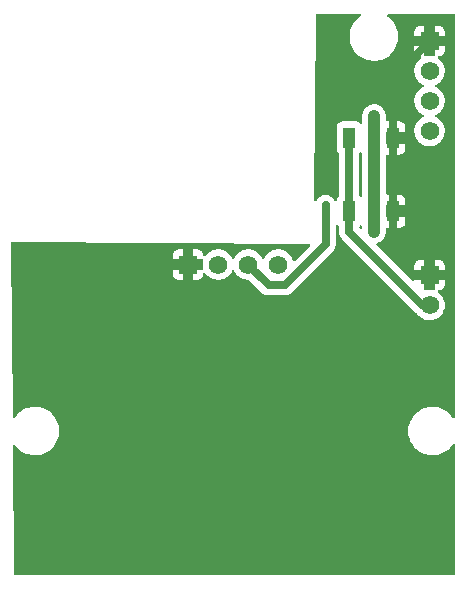
<source format=gtl>
G04 Layer: TopLayer*
G04 EasyEDA v6.5.51, 2025-12-10 14:07:42*
G04 f7da798ecd6947b8b5cd26341a0ba6d3,f920225d1fc94cab822a7ee7b834fcf3,10*
G04 Gerber Generator version 0.2*
G04 Scale: 100 percent, Rotated: No, Reflected: No *
G04 Dimensions in millimeters *
G04 leading zeros omitted , absolute positions ,4 integer and 5 decimal *
%FSLAX45Y45*%
%MOMM*%

%AMMACRO1*21,1,$1,$2,0,0,$3*%
%ADD10C,1.0000*%
%ADD11C,0.7000*%
%ADD12R,1.1000X1.8000*%
%ADD13MACRO1,1.5748X1.5748X-90.0000*%
%ADD14C,1.5748*%
%ADD15MACRO1,1.5748X1.5748X0.0000*%
%ADD16R,1.5748X1.5748*%
%ADD17R,0.0172X1.5748*%
%ADD18C,0.7000*%

%LPD*%
G36*
X3077057Y-1573733D02*
G01*
X3073146Y-1572920D01*
X3069844Y-1570736D01*
X3065780Y-1566672D01*
X3063595Y-1563370D01*
X3062833Y-1559509D01*
X3062833Y-1209090D01*
X3063595Y-1205230D01*
X3065780Y-1201928D01*
X3069844Y-1197864D01*
X3073146Y-1195679D01*
X3077057Y-1194866D01*
X3080918Y-1195679D01*
X3084220Y-1197864D01*
X3086404Y-1201166D01*
X3087166Y-1205026D01*
X3087166Y-1563573D01*
X3086404Y-1567434D01*
X3084220Y-1570736D01*
X3080918Y-1572920D01*
G37*

%LPD*%
G36*
X3077057Y-1843938D02*
G01*
X3073146Y-1843176D01*
X3069844Y-1840992D01*
X3065780Y-1836928D01*
X3063595Y-1833625D01*
X3062833Y-1829104D01*
X3063595Y-1825193D01*
X3065780Y-1821942D01*
X3069844Y-1817878D01*
X3073146Y-1815642D01*
X3077057Y-1814880D01*
X3080918Y-1815642D01*
X3084220Y-1817878D01*
X3086404Y-1821180D01*
X3087166Y-1825040D01*
X3087166Y-1833778D01*
X3086404Y-1837689D01*
X3084220Y-1840992D01*
X3080918Y-1843176D01*
G37*

%LPD*%
G36*
X150063Y-4774692D02*
G01*
X146202Y-4773930D01*
X142900Y-4771745D01*
X140665Y-4768494D01*
X139903Y-4764633D01*
X130302Y-3678936D01*
X131165Y-3674668D01*
X133705Y-3671214D01*
X137515Y-3669131D01*
X141782Y-3668776D01*
X145846Y-3670249D01*
X148945Y-3673246D01*
X151231Y-3676802D01*
X163677Y-3692245D01*
X177546Y-3706469D01*
X192735Y-3719271D01*
X209092Y-3730548D01*
X226415Y-3740200D01*
X244652Y-3748125D01*
X263499Y-3754272D01*
X282905Y-3758539D01*
X302615Y-3760978D01*
X322478Y-3761435D01*
X342290Y-3760012D01*
X361848Y-3756660D01*
X381000Y-3751427D01*
X399592Y-3744417D01*
X417372Y-3735578D01*
X434238Y-3725113D01*
X450037Y-3713073D01*
X464566Y-3699560D01*
X477723Y-3684676D01*
X489407Y-3668623D01*
X499465Y-3651504D01*
X507847Y-3633470D01*
X514400Y-3614775D01*
X519176Y-3595471D01*
X522020Y-3575812D01*
X522985Y-3556000D01*
X522020Y-3536187D01*
X519176Y-3516528D01*
X514400Y-3497224D01*
X507847Y-3478529D01*
X499465Y-3460496D01*
X489407Y-3443376D01*
X477723Y-3427323D01*
X464566Y-3412439D01*
X450037Y-3398926D01*
X434238Y-3386886D01*
X417372Y-3376422D01*
X399592Y-3367582D01*
X381000Y-3360572D01*
X361848Y-3355340D01*
X342290Y-3351987D01*
X322478Y-3350564D01*
X302615Y-3351022D01*
X282905Y-3353460D01*
X263499Y-3357727D01*
X244652Y-3363874D01*
X226415Y-3371799D01*
X209092Y-3381451D01*
X192735Y-3392728D01*
X177546Y-3405530D01*
X163677Y-3419754D01*
X151231Y-3435197D01*
X146812Y-3442004D01*
X143764Y-3445001D01*
X139700Y-3446526D01*
X135432Y-3446170D01*
X131673Y-3444138D01*
X129082Y-3440734D01*
X128117Y-3436518D01*
X115112Y-1966722D01*
X115874Y-1962810D01*
X118110Y-1959457D01*
X121412Y-1957273D01*
X125323Y-1956511D01*
X2638806Y-1968906D01*
X2642717Y-1969719D01*
X2645968Y-1971954D01*
X2648153Y-1975205D01*
X2648915Y-1979117D01*
X2648153Y-1982978D01*
X2645968Y-1986280D01*
X2516174Y-2116074D01*
X2512669Y-2118360D01*
X2508605Y-2119020D01*
X2504541Y-2118004D01*
X2501239Y-2115464D01*
X2499258Y-2111857D01*
X2496058Y-2101291D01*
X2489860Y-2087270D01*
X2482088Y-2074113D01*
X2472791Y-2061921D01*
X2462123Y-2050948D01*
X2450236Y-2041296D01*
X2437282Y-2033117D01*
X2423464Y-2026564D01*
X2408986Y-2021636D01*
X2394000Y-2018487D01*
X2378710Y-2017115D01*
X2363419Y-2017572D01*
X2348280Y-2019858D01*
X2333498Y-2023872D01*
X2319324Y-2029612D01*
X2305913Y-2037029D01*
X2293467Y-2045970D01*
X2282190Y-2056282D01*
X2272182Y-2067864D01*
X2263648Y-2080564D01*
X2256840Y-2093823D01*
X2254504Y-2096820D01*
X2251252Y-2098751D01*
X2247493Y-2099310D01*
X2243785Y-2098497D01*
X2240635Y-2096363D01*
X2238502Y-2093264D01*
X2235860Y-2087270D01*
X2228088Y-2074113D01*
X2218791Y-2061921D01*
X2208123Y-2050948D01*
X2196236Y-2041296D01*
X2183282Y-2033117D01*
X2169464Y-2026564D01*
X2154986Y-2021636D01*
X2140000Y-2018487D01*
X2124710Y-2017115D01*
X2109419Y-2017572D01*
X2094280Y-2019858D01*
X2079498Y-2023872D01*
X2065324Y-2029612D01*
X2051913Y-2037029D01*
X2039467Y-2045970D01*
X2028189Y-2056282D01*
X2018182Y-2067864D01*
X2009648Y-2080564D01*
X2002840Y-2093823D01*
X2000504Y-2096820D01*
X1997252Y-2098751D01*
X1993493Y-2099310D01*
X1989785Y-2098497D01*
X1986635Y-2096363D01*
X1984502Y-2093264D01*
X1981860Y-2087270D01*
X1974088Y-2074113D01*
X1964791Y-2061921D01*
X1954123Y-2050948D01*
X1942236Y-2041296D01*
X1929282Y-2033117D01*
X1915464Y-2026564D01*
X1900986Y-2021636D01*
X1886000Y-2018487D01*
X1870710Y-2017115D01*
X1855419Y-2017572D01*
X1840280Y-2019858D01*
X1825498Y-2023872D01*
X1811324Y-2029612D01*
X1797913Y-2037029D01*
X1785467Y-2045970D01*
X1774189Y-2056282D01*
X1764182Y-2067864D01*
X1760728Y-2073046D01*
X1757730Y-2075942D01*
X1753870Y-2077364D01*
X1749755Y-2077212D01*
X1746046Y-2075383D01*
X1743354Y-2072182D01*
X1742186Y-2068220D01*
X1741322Y-2058771D01*
X1739087Y-2050288D01*
X1735328Y-2042312D01*
X1730298Y-2035098D01*
X1724101Y-2028901D01*
X1716887Y-2023872D01*
X1708912Y-2020112D01*
X1700428Y-2017877D01*
X1691182Y-2017064D01*
X1658620Y-2017064D01*
X1658620Y-2100580D01*
X1732330Y-2100580D01*
X1735937Y-2101240D01*
X1739036Y-2103120D01*
X1741322Y-2106015D01*
X1742389Y-2109470D01*
X1742186Y-2113127D01*
X1739696Y-2123440D01*
X1737918Y-2138629D01*
X1737918Y-2153970D01*
X1739696Y-2169160D01*
X1742186Y-2179472D01*
X1742389Y-2183130D01*
X1741322Y-2186584D01*
X1739036Y-2189480D01*
X1735937Y-2191359D01*
X1732330Y-2192020D01*
X1658620Y-2192020D01*
X1658620Y-2275535D01*
X1691182Y-2275535D01*
X1700428Y-2274722D01*
X1708912Y-2272487D01*
X1716887Y-2268728D01*
X1724101Y-2263698D01*
X1730298Y-2257501D01*
X1735328Y-2250287D01*
X1739087Y-2242312D01*
X1741322Y-2233828D01*
X1742186Y-2224379D01*
X1743354Y-2220417D01*
X1746046Y-2217216D01*
X1749755Y-2215388D01*
X1753870Y-2215235D01*
X1757730Y-2216658D01*
X1760728Y-2219553D01*
X1764182Y-2224735D01*
X1774189Y-2236317D01*
X1785467Y-2246630D01*
X1797913Y-2255570D01*
X1811324Y-2262987D01*
X1825498Y-2268728D01*
X1840280Y-2272741D01*
X1855419Y-2275027D01*
X1870710Y-2275484D01*
X1886000Y-2274112D01*
X1900986Y-2270963D01*
X1915464Y-2266035D01*
X1929282Y-2259482D01*
X1942236Y-2251303D01*
X1954123Y-2241651D01*
X1964791Y-2230678D01*
X1974088Y-2218486D01*
X1981860Y-2205329D01*
X1984502Y-2199335D01*
X1986635Y-2196236D01*
X1989785Y-2194102D01*
X1993493Y-2193290D01*
X1997252Y-2193848D01*
X2000504Y-2195779D01*
X2002840Y-2198776D01*
X2009648Y-2212035D01*
X2018182Y-2224735D01*
X2028189Y-2236317D01*
X2039467Y-2246630D01*
X2051913Y-2255570D01*
X2065324Y-2262987D01*
X2079498Y-2268728D01*
X2094280Y-2272741D01*
X2109419Y-2275027D01*
X2125268Y-2275484D01*
X2128977Y-2276297D01*
X2132126Y-2278481D01*
X2234184Y-2380488D01*
X2238756Y-2384806D01*
X2243531Y-2388616D01*
X2248560Y-2392070D01*
X2253792Y-2395220D01*
X2259228Y-2397963D01*
X2264867Y-2400249D01*
X2270658Y-2402179D01*
X2276602Y-2403703D01*
X2282596Y-2404770D01*
X2288641Y-2405430D01*
X2294940Y-2405684D01*
X2432812Y-2405684D01*
X2439111Y-2405430D01*
X2445156Y-2404770D01*
X2451150Y-2403703D01*
X2457094Y-2402179D01*
X2462885Y-2400249D01*
X2468524Y-2397963D01*
X2473960Y-2395220D01*
X2479192Y-2392070D01*
X2484221Y-2388616D01*
X2488996Y-2384806D01*
X2493568Y-2380488D01*
X2837383Y-2036724D01*
X2841650Y-2032101D01*
X2845460Y-2027377D01*
X2848965Y-2022348D01*
X2852064Y-2017115D01*
X2854807Y-2011629D01*
X2857144Y-2005990D01*
X2859074Y-2000199D01*
X2860598Y-1994306D01*
X2861665Y-1988312D01*
X2862326Y-1982216D01*
X2862529Y-1975916D01*
X2862529Y-1818792D01*
X2863443Y-1814677D01*
X2865932Y-1811223D01*
X2869641Y-1809140D01*
X2873857Y-1808734D01*
X2877921Y-1810105D01*
X2881020Y-1813001D01*
X2883662Y-1816760D01*
X2888843Y-1821942D01*
X2891028Y-1825193D01*
X2891790Y-1829104D01*
X2891790Y-1869186D01*
X2892044Y-1875485D01*
X2892704Y-1881530D01*
X2893771Y-1887524D01*
X2895295Y-1893468D01*
X2897225Y-1899259D01*
X2899511Y-1904898D01*
X2902254Y-1910334D01*
X2905404Y-1915566D01*
X2908858Y-1920595D01*
X2912719Y-1925370D01*
X2916986Y-1929942D01*
X3536543Y-2549550D01*
X3541166Y-2553817D01*
X3545789Y-2557526D01*
X3547618Y-2558694D01*
X3550208Y-2561082D01*
X3559708Y-2573578D01*
X3570376Y-2584551D01*
X3582263Y-2594203D01*
X3595217Y-2602382D01*
X3609035Y-2608935D01*
X3623513Y-2613863D01*
X3638499Y-2617012D01*
X3653790Y-2618384D01*
X3669080Y-2617927D01*
X3684219Y-2615641D01*
X3699001Y-2611628D01*
X3713175Y-2605887D01*
X3726586Y-2598470D01*
X3739032Y-2589530D01*
X3750310Y-2579217D01*
X3760317Y-2567635D01*
X3768851Y-2554935D01*
X3775862Y-2541320D01*
X3781196Y-2526944D01*
X3784803Y-2512060D01*
X3786581Y-2496870D01*
X3786581Y-2481529D01*
X3784803Y-2466340D01*
X3781196Y-2451455D01*
X3775862Y-2437079D01*
X3768851Y-2423464D01*
X3760317Y-2410764D01*
X3750310Y-2399182D01*
X3739032Y-2388870D01*
X3730650Y-2382824D01*
X3727856Y-2379827D01*
X3726535Y-2375966D01*
X3726789Y-2371902D01*
X3728618Y-2368245D01*
X3731768Y-2365654D01*
X3735679Y-2364486D01*
X3745128Y-2363622D01*
X3753612Y-2361387D01*
X3761587Y-2357628D01*
X3768801Y-2352598D01*
X3774998Y-2346401D01*
X3780028Y-2339187D01*
X3783787Y-2331212D01*
X3786022Y-2322728D01*
X3786835Y-2313482D01*
X3786835Y-2280920D01*
X3703320Y-2280920D01*
X3703320Y-2354630D01*
X3702659Y-2358288D01*
X3700678Y-2361488D01*
X3697732Y-2363724D01*
X3694176Y-2364740D01*
X3690467Y-2364435D01*
X3684219Y-2362758D01*
X3669080Y-2360472D01*
X3653790Y-2360015D01*
X3638499Y-2361387D01*
X3624122Y-2364435D01*
X3619652Y-2364333D01*
X3615639Y-2362352D01*
X3612845Y-2358847D01*
X3611879Y-2354478D01*
X3611879Y-2280920D01*
X3526434Y-2280920D01*
X3523132Y-2283815D01*
X3518966Y-2285085D01*
X3514699Y-2284476D01*
X3510991Y-2282139D01*
X3209696Y-1980793D01*
X3207410Y-1977389D01*
X3206699Y-1973376D01*
X3207613Y-1969363D01*
X3210052Y-1966061D01*
X3213608Y-1963978D01*
X3226155Y-1959762D01*
X3237941Y-1953920D01*
X3248863Y-1946605D01*
X3258769Y-1937969D01*
X3267456Y-1928063D01*
X3274161Y-1918157D01*
X3280206Y-1906117D01*
X3284626Y-1893468D01*
X3287268Y-1880311D01*
X3288233Y-1866544D01*
X3288233Y-1844954D01*
X3288995Y-1841093D01*
X3291179Y-1837791D01*
X3294481Y-1835556D01*
X3298393Y-1834794D01*
X3313480Y-1834794D01*
X3313480Y-1745640D01*
X3298393Y-1745640D01*
X3294481Y-1744878D01*
X3291179Y-1742693D01*
X3288995Y-1739392D01*
X3288233Y-1735480D01*
X3288233Y-1653133D01*
X3288995Y-1649222D01*
X3291179Y-1645920D01*
X3294481Y-1643735D01*
X3298393Y-1642973D01*
X3313480Y-1642973D01*
X3313480Y-1553768D01*
X3298393Y-1553768D01*
X3294481Y-1553006D01*
X3291179Y-1550822D01*
X3288995Y-1547520D01*
X3288233Y-1543608D01*
X3288233Y-1224991D01*
X3288995Y-1221079D01*
X3291179Y-1217777D01*
X3294481Y-1215593D01*
X3298393Y-1214831D01*
X3313480Y-1214831D01*
X3313480Y-1125626D01*
X3298393Y-1125626D01*
X3294481Y-1124864D01*
X3291179Y-1122680D01*
X3288995Y-1119378D01*
X3288233Y-1115466D01*
X3288233Y-1033119D01*
X3288995Y-1029208D01*
X3291179Y-1025906D01*
X3294481Y-1023721D01*
X3298393Y-1022959D01*
X3313480Y-1022959D01*
X3313480Y-933805D01*
X3298393Y-933805D01*
X3294481Y-933043D01*
X3291179Y-930808D01*
X3288995Y-927506D01*
X3288233Y-923645D01*
X3288233Y-889355D01*
X3287318Y-875893D01*
X3284778Y-862990D01*
X3280511Y-850544D01*
X3274720Y-838809D01*
X3266541Y-826719D01*
X3257550Y-816762D01*
X3247288Y-808126D01*
X3235960Y-800862D01*
X3224022Y-795274D01*
X3211169Y-791260D01*
X3200654Y-789330D01*
X3197910Y-789025D01*
X3187547Y-788517D01*
X3184499Y-788568D01*
X3174441Y-789381D01*
X3171139Y-789889D01*
X3161538Y-791972D01*
X3158032Y-792988D01*
X3149142Y-796188D01*
X3145485Y-797763D01*
X3137357Y-802030D01*
X3133699Y-804214D01*
X3126435Y-809345D01*
X3122879Y-812190D01*
X3116580Y-817981D01*
X3113227Y-821537D01*
X3107944Y-827887D01*
X3104896Y-832053D01*
X3100628Y-838809D01*
X3098038Y-843635D01*
X3094837Y-850595D01*
X3092754Y-855980D01*
X3090621Y-862990D01*
X3089198Y-868984D01*
X3088081Y-875893D01*
X3087420Y-882294D01*
X3087166Y-889152D01*
X3087166Y-943559D01*
X3086404Y-947419D01*
X3084220Y-950721D01*
X3080918Y-952957D01*
X3077057Y-953719D01*
X3073146Y-952957D01*
X3069844Y-950721D01*
X3064764Y-945642D01*
X3057550Y-940612D01*
X3049574Y-936853D01*
X3041091Y-934618D01*
X3031845Y-933805D01*
X2922778Y-933805D01*
X2913532Y-934618D01*
X2905048Y-936853D01*
X2897073Y-940612D01*
X2889859Y-945642D01*
X2883662Y-951839D01*
X2878582Y-959053D01*
X2874873Y-967028D01*
X2872587Y-975512D01*
X2871825Y-984758D01*
X2871825Y-1163878D01*
X2872587Y-1173073D01*
X2874873Y-1181557D01*
X2878582Y-1189532D01*
X2883662Y-1196746D01*
X2888843Y-1201928D01*
X2891028Y-1205230D01*
X2891790Y-1209090D01*
X2891790Y-1559509D01*
X2891028Y-1563370D01*
X2888843Y-1566672D01*
X2883662Y-1571853D01*
X2878582Y-1579067D01*
X2874873Y-1587042D01*
X2872587Y-1595526D01*
X2872232Y-1600098D01*
X2870962Y-1604213D01*
X2868066Y-1607413D01*
X2864154Y-1609140D01*
X2859887Y-1609140D01*
X2855976Y-1607362D01*
X2853182Y-1604111D01*
X2848965Y-1596339D01*
X2841650Y-1586585D01*
X2833014Y-1577949D01*
X2823260Y-1570634D01*
X2812542Y-1564792D01*
X2801112Y-1560525D01*
X2789174Y-1557934D01*
X2777032Y-1557070D01*
X2764891Y-1557934D01*
X2752953Y-1560525D01*
X2741523Y-1564792D01*
X2730804Y-1570634D01*
X2721051Y-1577949D01*
X2712415Y-1586585D01*
X2705100Y-1596339D01*
X2701544Y-1602892D01*
X2698597Y-1606245D01*
X2694533Y-1608023D01*
X2690063Y-1607870D01*
X2686100Y-1605838D01*
X2683408Y-1602333D01*
X2682443Y-1597964D01*
X2692654Y-36017D01*
X2693466Y-32156D01*
X2695651Y-28854D01*
X2698953Y-26670D01*
X2702814Y-25908D01*
X3069031Y-25908D01*
X3073196Y-26822D01*
X3076600Y-29311D01*
X3078734Y-33070D01*
X3079089Y-37287D01*
X3077718Y-41300D01*
X3074771Y-44450D01*
X3062935Y-52628D01*
X3047746Y-65430D01*
X3033877Y-79654D01*
X3021431Y-95097D01*
X3010560Y-111709D01*
X3001314Y-129285D01*
X2993847Y-147675D01*
X2988157Y-166725D01*
X2984347Y-186232D01*
X2982468Y-205994D01*
X2982468Y-225806D01*
X2984347Y-245567D01*
X2988157Y-265074D01*
X2993847Y-284124D01*
X3001314Y-302514D01*
X3010560Y-320090D01*
X3021431Y-336702D01*
X3033877Y-352145D01*
X3047746Y-366369D01*
X3062935Y-379171D01*
X3079292Y-390448D01*
X3096615Y-400100D01*
X3114852Y-408025D01*
X3133699Y-414172D01*
X3153105Y-418439D01*
X3172815Y-420878D01*
X3192678Y-421335D01*
X3212490Y-419912D01*
X3232048Y-416559D01*
X3251200Y-411327D01*
X3269792Y-404317D01*
X3287572Y-395478D01*
X3304438Y-385013D01*
X3320237Y-372973D01*
X3334765Y-359460D01*
X3347923Y-344576D01*
X3359607Y-328523D01*
X3369665Y-311404D01*
X3378047Y-293370D01*
X3384600Y-274675D01*
X3389376Y-255371D01*
X3392220Y-235712D01*
X3393186Y-215900D01*
X3392220Y-196088D01*
X3389376Y-176428D01*
X3384600Y-157124D01*
X3378047Y-138430D01*
X3369665Y-120396D01*
X3359607Y-103276D01*
X3347923Y-87223D01*
X3334765Y-72339D01*
X3320237Y-58826D01*
X3304438Y-46786D01*
X3301085Y-44704D01*
X3297986Y-41656D01*
X3296412Y-37592D01*
X3296665Y-33274D01*
X3298748Y-29464D01*
X3302203Y-26822D01*
X3306470Y-25908D01*
X3862832Y-25908D01*
X3866743Y-26670D01*
X3869994Y-28905D01*
X3872229Y-32156D01*
X3872992Y-36068D01*
X3872992Y-3437026D01*
X3872128Y-3441141D01*
X3869639Y-3444595D01*
X3865981Y-3446678D01*
X3861765Y-3447135D01*
X3857751Y-3445814D01*
X3854602Y-3443020D01*
X3843223Y-3427323D01*
X3830065Y-3412439D01*
X3815537Y-3398926D01*
X3799738Y-3386886D01*
X3782872Y-3376422D01*
X3765092Y-3367582D01*
X3746500Y-3360572D01*
X3727348Y-3355340D01*
X3707790Y-3351987D01*
X3687978Y-3350564D01*
X3668115Y-3351022D01*
X3648405Y-3353460D01*
X3628999Y-3357727D01*
X3610152Y-3363874D01*
X3591915Y-3371799D01*
X3574592Y-3381451D01*
X3558235Y-3392728D01*
X3543046Y-3405530D01*
X3529177Y-3419754D01*
X3516731Y-3435197D01*
X3505860Y-3451809D01*
X3496614Y-3469386D01*
X3489147Y-3487775D01*
X3483457Y-3506825D01*
X3479647Y-3526332D01*
X3477768Y-3546094D01*
X3477768Y-3565906D01*
X3479647Y-3585667D01*
X3483457Y-3605174D01*
X3489147Y-3624224D01*
X3496614Y-3642614D01*
X3505860Y-3660190D01*
X3516731Y-3676802D01*
X3529177Y-3692245D01*
X3543046Y-3706469D01*
X3558235Y-3719271D01*
X3574592Y-3730548D01*
X3591915Y-3740200D01*
X3610152Y-3748125D01*
X3628999Y-3754272D01*
X3648405Y-3758539D01*
X3668115Y-3760978D01*
X3687978Y-3761435D01*
X3707790Y-3760012D01*
X3727348Y-3756660D01*
X3746500Y-3751427D01*
X3765092Y-3744417D01*
X3782872Y-3735578D01*
X3799738Y-3725113D01*
X3815537Y-3713073D01*
X3830065Y-3699560D01*
X3843223Y-3684676D01*
X3854602Y-3668979D01*
X3857751Y-3666185D01*
X3861765Y-3664864D01*
X3865981Y-3665321D01*
X3869639Y-3667404D01*
X3872128Y-3670858D01*
X3872992Y-3674973D01*
X3872992Y-4764532D01*
X3872229Y-4768443D01*
X3869994Y-4771694D01*
X3866743Y-4773930D01*
X3862832Y-4774692D01*
G37*

%LPC*%
G36*
X1534617Y-2275535D02*
G01*
X1567180Y-2275535D01*
X1567180Y-2192020D01*
X1483664Y-2192020D01*
X1483664Y-2224582D01*
X1484477Y-2233828D01*
X1486712Y-2242312D01*
X1490472Y-2250287D01*
X1495501Y-2257501D01*
X1501698Y-2263698D01*
X1508912Y-2268728D01*
X1516888Y-2272487D01*
X1525371Y-2274722D01*
G37*
G36*
X3703320Y-2189480D02*
G01*
X3786835Y-2189480D01*
X3786835Y-2156917D01*
X3786022Y-2147671D01*
X3783787Y-2139188D01*
X3780028Y-2131212D01*
X3774998Y-2123998D01*
X3768801Y-2117801D01*
X3761587Y-2112772D01*
X3753612Y-2109012D01*
X3745128Y-2106777D01*
X3735882Y-2105964D01*
X3703320Y-2105964D01*
G37*
G36*
X3528364Y-2189480D02*
G01*
X3611879Y-2189480D01*
X3611879Y-2105964D01*
X3579317Y-2105964D01*
X3570071Y-2106777D01*
X3561587Y-2109012D01*
X3553612Y-2112772D01*
X3546398Y-2117801D01*
X3540201Y-2123998D01*
X3535172Y-2131212D01*
X3531412Y-2139188D01*
X3529177Y-2147671D01*
X3528364Y-2156917D01*
G37*
G36*
X1483664Y-2100580D02*
G01*
X1567180Y-2100580D01*
X1567180Y-2017064D01*
X1534617Y-2017064D01*
X1525371Y-2017877D01*
X1516888Y-2020112D01*
X1508912Y-2023872D01*
X1501698Y-2028901D01*
X1495501Y-2035098D01*
X1490472Y-2042312D01*
X1486712Y-2050288D01*
X1484477Y-2058771D01*
X1483664Y-2068017D01*
G37*
G36*
X3381146Y-1834794D02*
G01*
X3401872Y-1834794D01*
X3411067Y-1833981D01*
X3419551Y-1831746D01*
X3427526Y-1827987D01*
X3434740Y-1822957D01*
X3440988Y-1816760D01*
X3446018Y-1809546D01*
X3449726Y-1801571D01*
X3452012Y-1793087D01*
X3452825Y-1783842D01*
X3452825Y-1745640D01*
X3381146Y-1745640D01*
G37*
G36*
X3381146Y-1642973D02*
G01*
X3452825Y-1642973D01*
X3452825Y-1604721D01*
X3452012Y-1595526D01*
X3449726Y-1587042D01*
X3446018Y-1579067D01*
X3440988Y-1571853D01*
X3434740Y-1565656D01*
X3427526Y-1560576D01*
X3419551Y-1556867D01*
X3411067Y-1554581D01*
X3401872Y-1553768D01*
X3381146Y-1553768D01*
G37*
G36*
X3381146Y-1214831D02*
G01*
X3401872Y-1214831D01*
X3411067Y-1214018D01*
X3419551Y-1211732D01*
X3427526Y-1208024D01*
X3434740Y-1202944D01*
X3440988Y-1196746D01*
X3446018Y-1189532D01*
X3449726Y-1181557D01*
X3452012Y-1173073D01*
X3452825Y-1163878D01*
X3452825Y-1125626D01*
X3381146Y-1125626D01*
G37*
G36*
X3649929Y-1144981D02*
G01*
X3665270Y-1144981D01*
X3680460Y-1143203D01*
X3695344Y-1139596D01*
X3709720Y-1134262D01*
X3723335Y-1127252D01*
X3736035Y-1118717D01*
X3747617Y-1108710D01*
X3757929Y-1097432D01*
X3766870Y-1084986D01*
X3774287Y-1071575D01*
X3780028Y-1057402D01*
X3784041Y-1042619D01*
X3786327Y-1027480D01*
X3786784Y-1012190D01*
X3785412Y-996899D01*
X3782263Y-981913D01*
X3777335Y-967435D01*
X3770782Y-953617D01*
X3762603Y-940663D01*
X3752951Y-928776D01*
X3741978Y-918108D01*
X3729786Y-908812D01*
X3716629Y-901039D01*
X3710635Y-898398D01*
X3707536Y-896264D01*
X3705402Y-893114D01*
X3704590Y-889406D01*
X3705148Y-885647D01*
X3707079Y-882396D01*
X3710076Y-880059D01*
X3723335Y-873252D01*
X3736035Y-864717D01*
X3747617Y-854710D01*
X3757929Y-843432D01*
X3766870Y-830986D01*
X3774287Y-817575D01*
X3780028Y-803402D01*
X3784041Y-788619D01*
X3786327Y-773480D01*
X3786784Y-758190D01*
X3785412Y-742899D01*
X3782263Y-727913D01*
X3777335Y-713435D01*
X3770782Y-699617D01*
X3762603Y-686663D01*
X3752951Y-674776D01*
X3741978Y-664108D01*
X3729786Y-654812D01*
X3716629Y-647039D01*
X3710635Y-644398D01*
X3707536Y-642264D01*
X3705402Y-639114D01*
X3704590Y-635406D01*
X3705148Y-631647D01*
X3707079Y-628396D01*
X3710076Y-626059D01*
X3723335Y-619252D01*
X3736035Y-610717D01*
X3747617Y-600710D01*
X3757929Y-589432D01*
X3766870Y-576986D01*
X3774287Y-563575D01*
X3780028Y-549402D01*
X3784041Y-534619D01*
X3786327Y-519480D01*
X3786784Y-504190D01*
X3785412Y-488899D01*
X3782263Y-473913D01*
X3777335Y-459435D01*
X3770782Y-445617D01*
X3762603Y-432663D01*
X3752951Y-420776D01*
X3741978Y-410108D01*
X3730599Y-401421D01*
X3727958Y-398424D01*
X3726687Y-394563D01*
X3727043Y-390550D01*
X3728923Y-386943D01*
X3732022Y-384403D01*
X3735882Y-383235D01*
X3745128Y-382422D01*
X3753612Y-380187D01*
X3761587Y-376428D01*
X3768801Y-371398D01*
X3774998Y-365201D01*
X3780028Y-357987D01*
X3783787Y-350012D01*
X3786022Y-341528D01*
X3786835Y-332282D01*
X3786835Y-299720D01*
X3703320Y-299720D01*
X3703320Y-373329D01*
X3702608Y-377037D01*
X3700627Y-380238D01*
X3697579Y-382473D01*
X3693922Y-383489D01*
X3690213Y-383082D01*
X3687978Y-382371D01*
X3672890Y-379679D01*
X3657600Y-378764D01*
X3642309Y-379679D01*
X3627221Y-382371D01*
X3624986Y-383082D01*
X3621278Y-383489D01*
X3617620Y-382473D01*
X3614572Y-380238D01*
X3612591Y-377037D01*
X3611879Y-373329D01*
X3611879Y-299720D01*
X3528364Y-299720D01*
X3528364Y-332282D01*
X3529177Y-341528D01*
X3531412Y-350012D01*
X3535172Y-357987D01*
X3540201Y-365201D01*
X3546398Y-371398D01*
X3553612Y-376428D01*
X3561587Y-380187D01*
X3570071Y-382422D01*
X3579317Y-383235D01*
X3583178Y-384403D01*
X3586276Y-386943D01*
X3588156Y-390550D01*
X3588512Y-394563D01*
X3587242Y-398424D01*
X3584600Y-401421D01*
X3573221Y-410108D01*
X3562248Y-420776D01*
X3552596Y-432663D01*
X3544417Y-445617D01*
X3537864Y-459435D01*
X3532936Y-473913D01*
X3529787Y-488899D01*
X3528415Y-504190D01*
X3528872Y-519480D01*
X3531158Y-534619D01*
X3535172Y-549402D01*
X3540912Y-563575D01*
X3548329Y-576986D01*
X3557270Y-589432D01*
X3567582Y-600710D01*
X3579164Y-610717D01*
X3591864Y-619252D01*
X3605123Y-626059D01*
X3608120Y-628396D01*
X3610051Y-631647D01*
X3610610Y-635406D01*
X3609797Y-639114D01*
X3607663Y-642264D01*
X3604564Y-644398D01*
X3598570Y-647039D01*
X3585413Y-654812D01*
X3573221Y-664108D01*
X3562248Y-674776D01*
X3552596Y-686663D01*
X3544417Y-699617D01*
X3537864Y-713435D01*
X3532936Y-727913D01*
X3529787Y-742899D01*
X3528415Y-758190D01*
X3528872Y-773480D01*
X3531158Y-788619D01*
X3535172Y-803402D01*
X3540912Y-817575D01*
X3548329Y-830986D01*
X3557270Y-843432D01*
X3567582Y-854710D01*
X3579164Y-864717D01*
X3591864Y-873252D01*
X3605123Y-880059D01*
X3608120Y-882396D01*
X3610051Y-885647D01*
X3610610Y-889406D01*
X3609797Y-893114D01*
X3607663Y-896264D01*
X3604564Y-898398D01*
X3598570Y-901039D01*
X3585413Y-908812D01*
X3573221Y-918108D01*
X3562248Y-928776D01*
X3552596Y-940663D01*
X3544417Y-953617D01*
X3537864Y-967435D01*
X3532936Y-981913D01*
X3529787Y-996899D01*
X3528415Y-1012190D01*
X3528872Y-1027480D01*
X3531158Y-1042619D01*
X3535172Y-1057402D01*
X3540912Y-1071575D01*
X3548329Y-1084986D01*
X3557270Y-1097432D01*
X3567582Y-1108710D01*
X3579164Y-1118717D01*
X3591864Y-1127252D01*
X3605479Y-1134262D01*
X3619855Y-1139596D01*
X3634740Y-1143203D01*
G37*
G36*
X3381146Y-1022959D02*
G01*
X3452825Y-1022959D01*
X3452825Y-984758D01*
X3452012Y-975512D01*
X3449726Y-967028D01*
X3446018Y-959053D01*
X3440988Y-951839D01*
X3434740Y-945642D01*
X3427526Y-940612D01*
X3419551Y-936853D01*
X3411067Y-934618D01*
X3401872Y-933805D01*
X3381146Y-933805D01*
G37*
G36*
X3528364Y-208279D02*
G01*
X3611879Y-208279D01*
X3611879Y-124764D01*
X3579317Y-124764D01*
X3570071Y-125577D01*
X3561587Y-127812D01*
X3553612Y-131572D01*
X3546398Y-136601D01*
X3540201Y-142798D01*
X3535172Y-150012D01*
X3531412Y-157988D01*
X3529177Y-166471D01*
X3528364Y-175717D01*
G37*
G36*
X3703320Y-208279D02*
G01*
X3786835Y-208279D01*
X3786835Y-175717D01*
X3786022Y-166471D01*
X3783787Y-157988D01*
X3780028Y-150012D01*
X3774998Y-142798D01*
X3768801Y-136601D01*
X3761587Y-131572D01*
X3753612Y-127812D01*
X3745128Y-125577D01*
X3735882Y-124764D01*
X3703320Y-124764D01*
G37*

%LPD*%
D10*
X3187700Y-1866900D02*
G01*
X3187700Y-889000D01*
D11*
X2120900Y-2146300D02*
G01*
X2294763Y-2320162D01*
X2432989Y-2320162D01*
X2777032Y-1976120D01*
X2777032Y-1642567D01*
X3347313Y-1694306D02*
G01*
X3347313Y-1074293D01*
X3347313Y-1781835D02*
G01*
X3347313Y-1694306D01*
X3347313Y-1781835D02*
G01*
X3347313Y-1869363D01*
X3657600Y-254000D02*
G01*
X3347313Y-564286D01*
X3347313Y-1074293D01*
X3657600Y-2235200D02*
G01*
X3657600Y-2071395D01*
X3657600Y-2071395D02*
G01*
X3455568Y-1869363D01*
X3347313Y-1869363D01*
X2977311Y-1694306D02*
G01*
X2977311Y-1074293D01*
X2977311Y-1781835D02*
G01*
X2977311Y-1694306D01*
X2977311Y-1781835D02*
G01*
X2977311Y-1869363D01*
X3657600Y-2489200D02*
G01*
X3597147Y-2489200D01*
X2977311Y-1869363D01*
D12*
G01*
X3347313Y-1074293D03*
G01*
X3347313Y-1694306D03*
G01*
X2977311Y-1074293D03*
G01*
X2977311Y-1694306D03*
D13*
G01*
X3657600Y-254000D03*
D14*
G01*
X3657600Y-508000D03*
G01*
X3657600Y-762000D03*
G01*
X3657600Y-1016000D03*
D15*
G01*
X3657600Y-2235200D03*
D14*
G01*
X3657600Y-2489200D03*
D16*
G01*
X1612900Y-2146300D03*
D14*
G01*
X1866900Y-2146300D03*
G01*
X2120900Y-2146300D03*
G01*
X2374900Y-2146300D03*
D10*
G01*
X3187700Y-889000D03*
G01*
X3187700Y-1866900D03*
D18*
G01*
X2777032Y-1642567D03*
M02*

</source>
